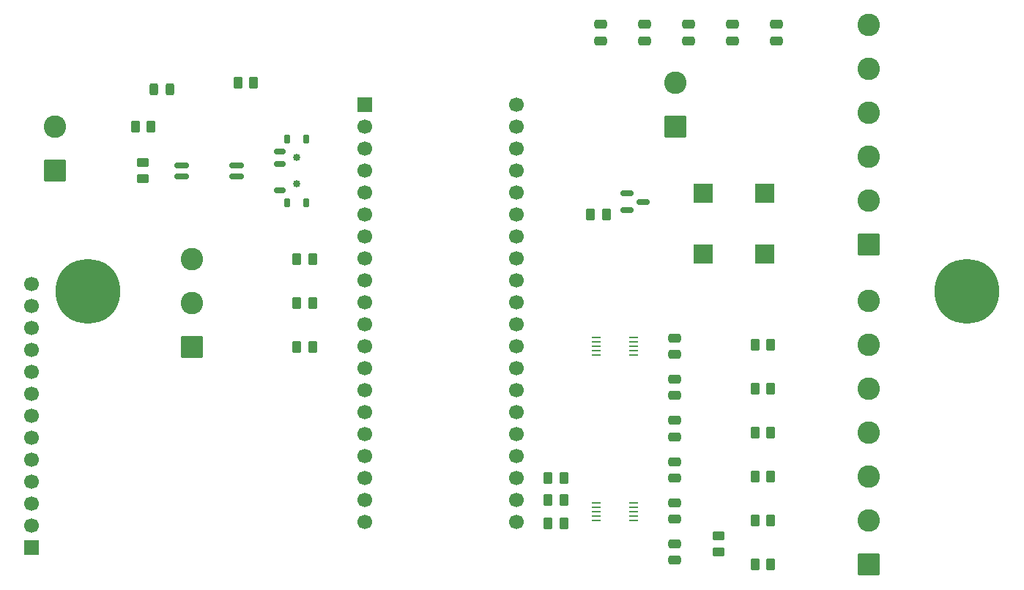
<source format=gbr>
%TF.GenerationSoftware,KiCad,Pcbnew,9.0.7*%
%TF.CreationDate,2026-02-19T19:21:46-05:00*%
%TF.ProjectId,low volt board - NL  S-3C-v2,6c6f7720-766f-46c7-9420-626f61726420,rev?*%
%TF.SameCoordinates,Original*%
%TF.FileFunction,Soldermask,Top*%
%TF.FilePolarity,Negative*%
%FSLAX46Y46*%
G04 Gerber Fmt 4.6, Leading zero omitted, Abs format (unit mm)*
G04 Created by KiCad (PCBNEW 9.0.7) date 2026-02-19 19:21:46*
%MOMM*%
%LPD*%
G01*
G04 APERTURE LIST*
G04 Aperture macros list*
%AMRoundRect*
0 Rectangle with rounded corners*
0 $1 Rounding radius*
0 $2 $3 $4 $5 $6 $7 $8 $9 X,Y pos of 4 corners*
0 Add a 4 corners polygon primitive as box body*
4,1,4,$2,$3,$4,$5,$6,$7,$8,$9,$2,$3,0*
0 Add four circle primitives for the rounded corners*
1,1,$1+$1,$2,$3*
1,1,$1+$1,$4,$5*
1,1,$1+$1,$6,$7*
1,1,$1+$1,$8,$9*
0 Add four rect primitives between the rounded corners*
20,1,$1+$1,$2,$3,$4,$5,0*
20,1,$1+$1,$4,$5,$6,$7,0*
20,1,$1+$1,$6,$7,$8,$9,0*
20,1,$1+$1,$8,$9,$2,$3,0*%
G04 Aperture macros list end*
%ADD10RoundRect,0.250000X0.262500X0.450000X-0.262500X0.450000X-0.262500X-0.450000X0.262500X-0.450000X0*%
%ADD11RoundRect,0.150000X0.662500X0.150000X-0.662500X0.150000X-0.662500X-0.150000X0.662500X-0.150000X0*%
%ADD12RoundRect,0.250000X1.050000X-1.050000X1.050000X1.050000X-1.050000X1.050000X-1.050000X-1.050000X0*%
%ADD13C,2.600000*%
%ADD14RoundRect,0.250000X-0.262500X-0.450000X0.262500X-0.450000X0.262500X0.450000X-0.262500X0.450000X0*%
%ADD15C,7.500000*%
%ADD16R,1.100000X0.250000*%
%ADD17RoundRect,0.243750X0.243750X0.456250X-0.243750X0.456250X-0.243750X-0.456250X0.243750X-0.456250X0*%
%ADD18RoundRect,0.250000X-0.475000X0.250000X-0.475000X-0.250000X0.475000X-0.250000X0.475000X0.250000X0*%
%ADD19RoundRect,0.150000X-0.587500X-0.150000X0.587500X-0.150000X0.587500X0.150000X-0.587500X0.150000X0*%
%ADD20RoundRect,0.250000X0.475000X-0.250000X0.475000X0.250000X-0.475000X0.250000X-0.475000X-0.250000X0*%
%ADD21RoundRect,0.250000X0.450000X-0.262500X0.450000X0.262500X-0.450000X0.262500X-0.450000X-0.262500X0*%
%ADD22C,0.850000*%
%ADD23RoundRect,0.150000X0.500000X-0.150000X0.500000X0.150000X-0.500000X0.150000X-0.500000X-0.150000X0*%
%ADD24RoundRect,0.175000X0.175000X-0.350000X0.175000X0.350000X-0.175000X0.350000X-0.175000X-0.350000X0*%
%ADD25RoundRect,0.250000X-0.450000X0.262500X-0.450000X-0.262500X0.450000X-0.262500X0.450000X0.262500X0*%
%ADD26R,1.700000X1.700000*%
%ADD27C,1.700000*%
%ADD28R,2.300000X2.300000*%
G04 APERTURE END LIST*
D10*
%TO.C,R1-Buzzer1*%
X122837500Y-63500000D03*
X124662500Y-63500000D03*
%TD*%
D11*
%TO.C,U3-Opto1*%
X81927500Y-59055000D03*
X81927500Y-57785000D03*
X75552500Y-57785000D03*
X75552500Y-59055000D03*
%TD*%
D12*
%TO.C,J6*%
X60960000Y-58420000D03*
D13*
X60960000Y-53340000D03*
%TD*%
D14*
%TO.C,R2-Throw-A1*%
X88895000Y-78830000D03*
X90720000Y-78830000D03*
%TD*%
D15*
%TO.C,H1*%
X64770000Y-72390000D03*
%TD*%
D16*
%TO.C,U1*%
X123500000Y-77726000D03*
X123500000Y-78226000D03*
X123500000Y-78726000D03*
X123500000Y-79226000D03*
X123500000Y-79726000D03*
X127800000Y-79726000D03*
X127800000Y-79226000D03*
X127800000Y-78726000D03*
X127800000Y-78226000D03*
X127800000Y-77726000D03*
%TD*%
D14*
%TO.C,R5*%
X117935000Y-93966000D03*
X119760000Y-93966000D03*
%TD*%
D17*
%TO.C,D1-Opto1*%
X74250000Y-49000000D03*
X72375000Y-49000000D03*
%TD*%
D14*
%TO.C,R3-ThrowB1*%
X88895000Y-68670000D03*
X90720000Y-68670000D03*
%TD*%
%TO.C,R18-A1-2*%
X141860000Y-83656000D03*
X143685000Y-83656000D03*
%TD*%
D10*
%TO.C,R9-A2-2*%
X143685000Y-93816000D03*
X141860000Y-93816000D03*
%TD*%
D12*
%TO.C,J4*%
X76750000Y-78830000D03*
D13*
X76750000Y-73750000D03*
X76750000Y-68670000D03*
%TD*%
D18*
%TO.C,C4-3v1*%
X129090000Y-41500000D03*
X129090000Y-43400000D03*
%TD*%
D10*
%TO.C,R8-A2-1*%
X143685000Y-98896000D03*
X141860000Y-98896000D03*
%TD*%
D19*
%TO.C,Q1-Buzzer1*%
X127082500Y-61060000D03*
X127082500Y-62960000D03*
X128957500Y-62010000D03*
%TD*%
D10*
%TO.C,R7-SDA1*%
X119760000Y-99250000D03*
X117935000Y-99250000D03*
%TD*%
D20*
%TO.C,C2*%
X132520000Y-93962000D03*
X132520000Y-92062000D03*
%TD*%
D21*
%TO.C,R15-Purple1*%
X137600000Y-102498500D03*
X137600000Y-100673500D03*
%TD*%
D18*
%TO.C,C2-5v1*%
X144330000Y-41500000D03*
X144330000Y-43400000D03*
%TD*%
D12*
%TO.C,J8*%
X132672500Y-53295000D03*
D13*
X132672500Y-48215000D03*
%TD*%
D22*
%TO.C,SW1*%
X88900000Y-59920000D03*
X88900000Y-56920000D03*
D23*
X86950000Y-60670000D03*
X86950000Y-57670000D03*
X86950000Y-56170000D03*
D24*
X87800000Y-62095000D03*
X90000000Y-62095000D03*
X87800000Y-54745000D03*
X90000000Y-54745000D03*
%TD*%
D20*
%TO.C,C3*%
X132520000Y-89200000D03*
X132520000Y-87300000D03*
%TD*%
D12*
%TO.C,J5*%
X155000000Y-103995000D03*
D13*
X155000000Y-98915000D03*
X155000000Y-93835000D03*
X155000000Y-88755000D03*
X155000000Y-83675000D03*
X155000000Y-78595000D03*
X155000000Y-73515000D03*
%TD*%
D20*
%TO.C,C6*%
X132520000Y-103486000D03*
X132520000Y-101586000D03*
%TD*%
D18*
%TO.C,C5-3v1*%
X134170000Y-41500000D03*
X134170000Y-43400000D03*
%TD*%
%TO.C,C3-3v1*%
X124010000Y-41500000D03*
X124010000Y-43400000D03*
%TD*%
D25*
%TO.C,R13-Opto-GND1*%
X71120000Y-57515000D03*
X71120000Y-59340000D03*
%TD*%
D26*
%TO.C,J1*%
X96760000Y-50800000D03*
D27*
X96760000Y-53340000D03*
X96760000Y-55880000D03*
X96760000Y-58420000D03*
X96760000Y-60960000D03*
X96760000Y-63500000D03*
X96760000Y-66040000D03*
X96760000Y-68580000D03*
X96760000Y-71120000D03*
X96760000Y-73660000D03*
X96760000Y-76200000D03*
X96760000Y-78740000D03*
X96760000Y-81280000D03*
X96760000Y-83820000D03*
X96760000Y-86360000D03*
X96760000Y-88900000D03*
X96760000Y-91440000D03*
X96760000Y-93980000D03*
X96760000Y-96520000D03*
X96760000Y-99060000D03*
X114300000Y-99060000D03*
X114300000Y-96520000D03*
X114300000Y-93980000D03*
X114300000Y-91440000D03*
X114300000Y-88900000D03*
X114300000Y-86360000D03*
X114300000Y-83820000D03*
X114300000Y-81280000D03*
X114300000Y-78740000D03*
X114300000Y-76200000D03*
X114300000Y-73660000D03*
X114300000Y-71120000D03*
X114300000Y-68580000D03*
X114300000Y-66040000D03*
X114300000Y-63500000D03*
X114300000Y-60960000D03*
X114300000Y-58420000D03*
X114300000Y-55880000D03*
X114300000Y-53340000D03*
X114300000Y-50800000D03*
%TD*%
D18*
%TO.C,C1-5v1*%
X139250000Y-41500000D03*
X139250000Y-43400000D03*
%TD*%
D14*
%TO.C,R16-A2-0*%
X141860000Y-103976000D03*
X143685000Y-103976000D03*
%TD*%
%TO.C,R10-A2-3*%
X141860000Y-88736000D03*
X143685000Y-88736000D03*
%TD*%
D12*
%TO.C,J3*%
X155000000Y-67000000D03*
D13*
X155000000Y-61920000D03*
X155000000Y-56840000D03*
X155000000Y-51760000D03*
X155000000Y-46680000D03*
X155000000Y-41600000D03*
%TD*%
D28*
%TO.C,LS1-Buzzer1*%
X143000000Y-68100000D03*
X143000000Y-61000000D03*
X135900000Y-61000000D03*
X135900000Y-68100000D03*
%TD*%
D10*
%TO.C,R6-SCL1*%
X119760000Y-96506000D03*
X117935000Y-96506000D03*
%TD*%
D14*
%TO.C,R12-Opto-PullUp1*%
X70207500Y-53340000D03*
X72032500Y-53340000D03*
%TD*%
D20*
%TO.C,C4*%
X132520000Y-84438000D03*
X132520000Y-82538000D03*
%TD*%
D26*
%TO.C,J2*%
X58250000Y-101985000D03*
D27*
X58250000Y-99445000D03*
X58250000Y-96905000D03*
X58250000Y-94365000D03*
X58250000Y-91825000D03*
X58250000Y-89285000D03*
X58250000Y-86745000D03*
X58250000Y-84205000D03*
X58250000Y-81665000D03*
X58250000Y-79125000D03*
X58250000Y-76585000D03*
X58250000Y-74045000D03*
X58250000Y-71505000D03*
%TD*%
D15*
%TO.C,H2*%
X166370000Y-72390000D03*
%TD*%
D20*
%TO.C,C5*%
X132520000Y-79676000D03*
X132520000Y-77776000D03*
%TD*%
D10*
%TO.C,R11-Opto-In1*%
X83912500Y-48250000D03*
X82087500Y-48250000D03*
%TD*%
D16*
%TO.C,U2*%
X123500000Y-96879700D03*
X123500000Y-97379700D03*
X123500000Y-97879700D03*
X123500000Y-98379700D03*
X123500000Y-98879700D03*
X127800000Y-98879700D03*
X127800000Y-98379700D03*
X127800000Y-97879700D03*
X127800000Y-97379700D03*
X127800000Y-96879700D03*
%TD*%
D14*
%TO.C,R17-A1-3*%
X141860000Y-78576000D03*
X143685000Y-78576000D03*
%TD*%
D18*
%TO.C,C1*%
X132520000Y-96824000D03*
X132520000Y-98724000D03*
%TD*%
D10*
%TO.C,R4-Common1*%
X90720000Y-73750000D03*
X88895000Y-73750000D03*
%TD*%
M02*

</source>
